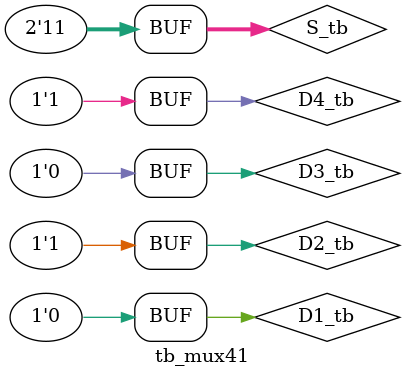
<source format=v>
`timescale 1ns / 1ps


module tb_mux41();

    reg [1:0]S_tb = 2'b00;
    reg D1_tb = 0;
    reg D2_tb = 0;
    reg D3_tb = 0;
    reg D4_tb = 0;
    wire Y_tb;

    mux41 instant
    (
        .S(S_tb),
        .D1(D1_tb),
        .D2(D2_tb),
        .D3(D3_tb),
        .D4(D4_tb),
        .Y(Y_tb)
        
    );

    initial
     begin
        D1_tb = 0;
        D2_tb = 1;
        D3_tb = 0;
        D4_tb = 1;
        S_tb = 2'b00;
        #20;
     
        D1_tb = 0;
        D2_tb = 1;
        D3_tb = 0;
        D4_tb = 1;
        S_tb = 2'b01;
        #20;
     
        D1_tb = 0;
        D2_tb = 1;
        D3_tb = 0;
        D4_tb = 1;
        S_tb = 2'b10;
        #20;
     
        D1_tb = 0;
        D2_tb = 1;
        D3_tb = 0;
        D4_tb = 1;
        S_tb = 2'b11;
        #20;
     end
endmodule

</source>
